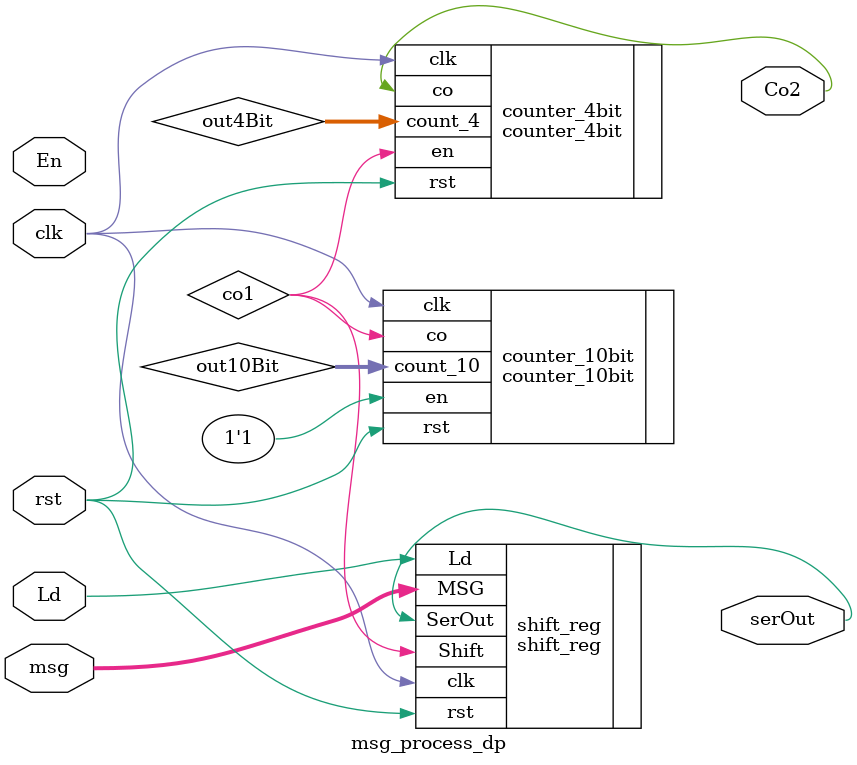
<source format=v>
module msg_process_dp(input clk, rst,Ld,En,input [4:0] msg, output serOut, Co2);
wire [9:0] out10Bit;
wire [3:0] out4Bit;
wire co1;
counter_10bit counter_10bit(
    .clk(clk),
    .rst(rst),
    .en(1'b1),
    .co(co1),
    .count_10(out10Bit)
    );
    
counter_4bit counter_4bit(
    .clk(clk),
    .rst(rst),
    .en(co1),
    .co(Co2),
    .count_4(out4Bit)
    );
shift_reg shift_reg(
    .clk(clk),
    .rst(rst),
    .Ld(Ld),
    .Shift(co1),
    .MSG(msg),
    .SerOut(serOut)
    );
endmodule
</source>
